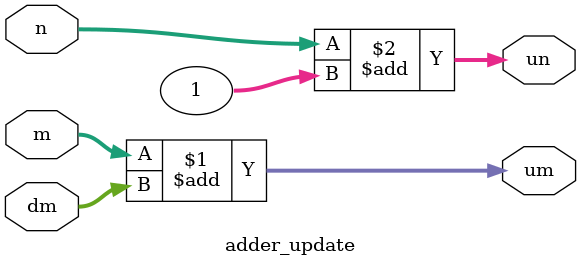
<source format=v>
`timescale 1ns / 1ps


module adder_update(m,dm,um,n,un);
input [31:0]m,dm,n;
output [31:0]um,un;
assign um = m + dm ;
assign un = n + 1;
endmodule

</source>
